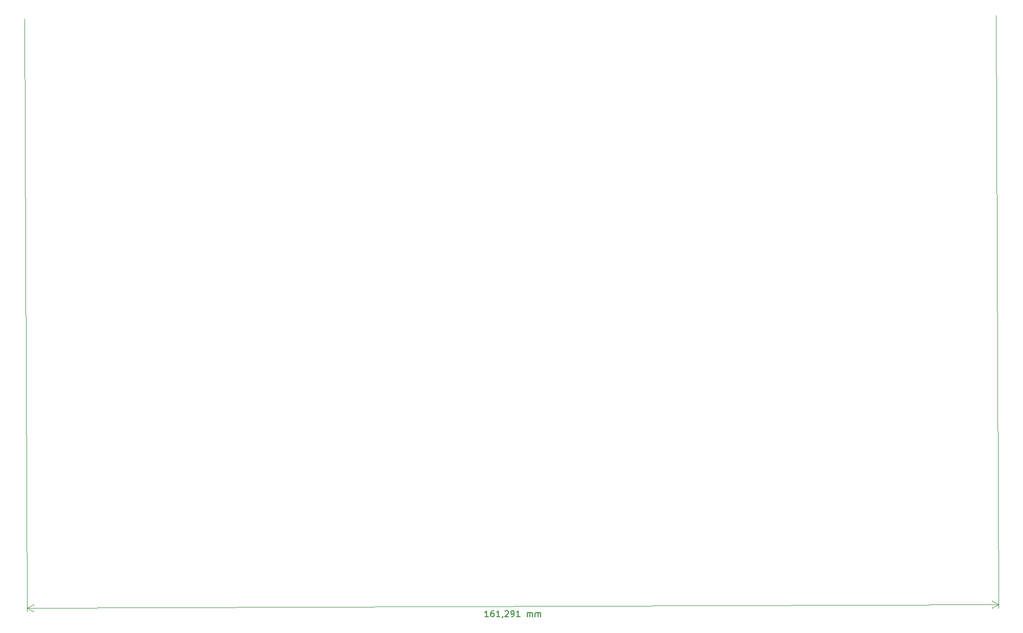
<source format=gbr>
G04 #@! TF.GenerationSoftware,KiCad,Pcbnew,(5.1.5)-3*
G04 #@! TF.CreationDate,2020-04-18T11:13:35+02:00*
G04 #@! TF.ProjectId,KorgPoly61_TeensyMidi,4b6f7267-506f-46c7-9936-315f5465656e,rev?*
G04 #@! TF.SameCoordinates,Original*
G04 #@! TF.FileFunction,Legend,Bot*
G04 #@! TF.FilePolarity,Positive*
%FSLAX46Y46*%
G04 Gerber Fmt 4.6, Leading zero omitted, Abs format (unit mm)*
G04 Created by KiCad (PCBNEW (5.1.5)-3) date 2020-04-18 11:13:35*
%MOMM*%
%LPD*%
G04 APERTURE LIST*
%ADD10C,0.150000*%
%ADD11C,0.120000*%
G04 APERTURE END LIST*
D10*
X132234148Y-106819286D02*
X131662724Y-106821536D01*
X131948436Y-106820411D02*
X131944499Y-105820419D01*
X131849824Y-105963650D01*
X131754961Y-106059262D01*
X131659912Y-106107256D01*
X133087347Y-105815920D02*
X132896872Y-105816669D01*
X132801822Y-105864663D01*
X132754391Y-105912469D01*
X132659716Y-106055700D01*
X132612848Y-106246362D01*
X132614347Y-106627312D01*
X132662341Y-106722362D01*
X132710147Y-106769793D01*
X132805572Y-106817037D01*
X132996047Y-106816287D01*
X133091097Y-106768293D01*
X133138528Y-106720487D01*
X133185772Y-106625062D01*
X133184834Y-106386969D01*
X133136841Y-106291919D01*
X133089034Y-106244488D01*
X132993610Y-106197244D01*
X132803135Y-106197994D01*
X132708085Y-106245987D01*
X132660654Y-106293794D01*
X132613410Y-106389218D01*
X134138895Y-106811787D02*
X133567471Y-106814037D01*
X133853183Y-106812912D02*
X133849246Y-105812920D01*
X133754571Y-105956151D01*
X133659709Y-106051763D01*
X133564659Y-106099757D01*
X134614894Y-106762294D02*
X134615082Y-106809913D01*
X134567838Y-106905337D01*
X134520407Y-106953144D01*
X134992469Y-105903658D02*
X135039900Y-105855852D01*
X135134950Y-105807858D01*
X135373044Y-105806921D01*
X135468468Y-105854164D01*
X135516275Y-105901596D01*
X135564268Y-105996646D01*
X135564643Y-106091883D01*
X135517587Y-106234926D01*
X134948413Y-106808600D01*
X135567455Y-106806163D01*
X136043642Y-106804288D02*
X136234117Y-106803538D01*
X136329167Y-106755545D01*
X136376598Y-106707739D01*
X136471273Y-106564508D01*
X136518142Y-106373845D01*
X136516642Y-105992896D01*
X136468648Y-105897846D01*
X136420842Y-105850415D01*
X136325417Y-105803171D01*
X136134943Y-105803921D01*
X136039893Y-105851915D01*
X135992461Y-105899721D01*
X135945218Y-105995146D01*
X135946155Y-106233239D01*
X135994149Y-106328289D01*
X136041955Y-106375720D01*
X136137380Y-106422964D01*
X136327854Y-106422214D01*
X136422904Y-106374220D01*
X136470335Y-106326414D01*
X136517579Y-106230989D01*
X137472202Y-106798664D02*
X136900778Y-106800914D01*
X137186490Y-106799789D02*
X137182553Y-105799797D01*
X137087878Y-105943028D01*
X136993016Y-106038640D01*
X136897966Y-106086634D01*
X138662669Y-106793977D02*
X138660045Y-106127316D01*
X138660420Y-106222553D02*
X138707851Y-106174747D01*
X138802901Y-106126753D01*
X138945757Y-106126191D01*
X139041182Y-106173435D01*
X139089175Y-106268484D01*
X139091238Y-106792290D01*
X139089175Y-106268484D02*
X139136419Y-106173060D01*
X139231469Y-106125066D01*
X139374325Y-106124504D01*
X139469750Y-106171747D01*
X139517743Y-106266797D01*
X139519806Y-106790603D01*
X139995992Y-106788728D02*
X139993368Y-106122066D01*
X139993743Y-106217304D02*
X140041174Y-106169498D01*
X140136224Y-106121504D01*
X140279080Y-106120942D01*
X140374505Y-106168185D01*
X140422498Y-106263235D01*
X140424561Y-106787041D01*
X140422498Y-106263235D02*
X140469742Y-106167810D01*
X140564792Y-106119817D01*
X140707648Y-106119254D01*
X140803073Y-106166498D01*
X140851066Y-106261548D01*
X140853129Y-106785353D01*
D11*
X216919955Y-104763484D02*
X55629955Y-105398484D01*
X216535000Y-6985000D02*
X216922263Y-105349900D01*
X55245000Y-7620000D02*
X55632263Y-105984900D01*
X55629955Y-105398484D02*
X56754141Y-104807633D01*
X55629955Y-105398484D02*
X56758759Y-105980465D01*
X216919955Y-104763484D02*
X215791151Y-104181503D01*
X216919955Y-104763484D02*
X215795769Y-105354335D01*
M02*

</source>
